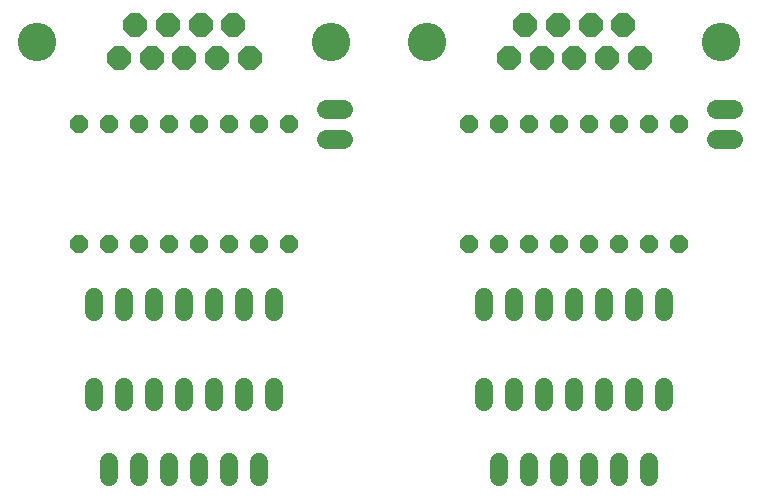
<source format=gts>
G75*
%MOIN*%
%OFA0B0*%
%FSLAX25Y25*%
%IPPOS*%
%LPD*%
%AMOC8*
5,1,8,0,0,1.08239X$1,22.5*
%
%ADD10C,0.06000*%
%ADD11OC8,0.06000*%
%ADD12OC8,0.07850*%
%ADD13C,0.12800*%
%ADD14C,0.06400*%
D10*
X0041800Y0014200D02*
X0041800Y0019400D01*
X0051800Y0019400D02*
X0051800Y0014200D01*
X0061800Y0014200D02*
X0061800Y0019400D01*
X0071800Y0019400D02*
X0071800Y0014200D01*
X0081800Y0014200D02*
X0081800Y0019400D01*
X0091800Y0019400D02*
X0091800Y0014200D01*
X0086800Y0039200D02*
X0086800Y0044400D01*
X0076800Y0044400D02*
X0076800Y0039200D01*
X0066800Y0039200D02*
X0066800Y0044400D01*
X0056800Y0044400D02*
X0056800Y0039200D01*
X0046800Y0039200D02*
X0046800Y0044400D01*
X0036800Y0044400D02*
X0036800Y0039200D01*
X0036800Y0069200D02*
X0036800Y0074400D01*
X0046800Y0074400D02*
X0046800Y0069200D01*
X0056800Y0069200D02*
X0056800Y0074400D01*
X0066800Y0074400D02*
X0066800Y0069200D01*
X0076800Y0069200D02*
X0076800Y0074400D01*
X0086800Y0074400D02*
X0086800Y0069200D01*
X0096800Y0069200D02*
X0096800Y0074400D01*
X0096800Y0044400D02*
X0096800Y0039200D01*
X0166800Y0039200D02*
X0166800Y0044400D01*
X0176800Y0044400D02*
X0176800Y0039200D01*
X0186800Y0039200D02*
X0186800Y0044400D01*
X0196800Y0044400D02*
X0196800Y0039200D01*
X0206800Y0039200D02*
X0206800Y0044400D01*
X0216800Y0044400D02*
X0216800Y0039200D01*
X0226800Y0039200D02*
X0226800Y0044400D01*
X0226800Y0069200D02*
X0226800Y0074400D01*
X0216800Y0074400D02*
X0216800Y0069200D01*
X0206800Y0069200D02*
X0206800Y0074400D01*
X0196800Y0074400D02*
X0196800Y0069200D01*
X0186800Y0069200D02*
X0186800Y0074400D01*
X0176800Y0074400D02*
X0176800Y0069200D01*
X0166800Y0069200D02*
X0166800Y0074400D01*
X0171800Y0019400D02*
X0171800Y0014200D01*
X0181800Y0014200D02*
X0181800Y0019400D01*
X0191800Y0019400D02*
X0191800Y0014200D01*
X0201800Y0014200D02*
X0201800Y0019400D01*
X0211800Y0019400D02*
X0211800Y0014200D01*
X0221800Y0014200D02*
X0221800Y0019400D01*
D11*
X0221800Y0091800D03*
X0231800Y0091800D03*
X0211800Y0091800D03*
X0201800Y0091800D03*
X0191800Y0091800D03*
X0181800Y0091800D03*
X0171800Y0091800D03*
X0161800Y0091800D03*
X0161800Y0131800D03*
X0171800Y0131800D03*
X0181800Y0131800D03*
X0191800Y0131800D03*
X0201800Y0131800D03*
X0211800Y0131800D03*
X0221800Y0131800D03*
X0231800Y0131800D03*
X0101800Y0131800D03*
X0091800Y0131800D03*
X0081800Y0131800D03*
X0071800Y0131800D03*
X0061800Y0131800D03*
X0051800Y0131800D03*
X0041800Y0131800D03*
X0031800Y0131800D03*
X0031800Y0091800D03*
X0041800Y0091800D03*
X0051800Y0091800D03*
X0061800Y0091800D03*
X0071800Y0091800D03*
X0081800Y0091800D03*
X0091800Y0091800D03*
X0101800Y0091800D03*
D12*
X0088600Y0153795D03*
X0077700Y0153795D03*
X0066800Y0153795D03*
X0055900Y0153795D03*
X0045000Y0153795D03*
X0050450Y0164990D03*
X0061350Y0164990D03*
X0072250Y0164990D03*
X0083150Y0164990D03*
X0175000Y0153795D03*
X0185900Y0153795D03*
X0196800Y0153795D03*
X0207700Y0153795D03*
X0218600Y0153795D03*
X0213150Y0164990D03*
X0202250Y0164990D03*
X0191350Y0164990D03*
X0180450Y0164990D03*
D13*
X0147800Y0159395D03*
X0115800Y0159395D03*
X0017800Y0159395D03*
X0245800Y0159395D03*
D14*
X0244000Y0136800D02*
X0249600Y0136800D01*
X0249600Y0126800D02*
X0244000Y0126800D01*
X0119600Y0126800D02*
X0114000Y0126800D01*
X0114000Y0136800D02*
X0119600Y0136800D01*
M02*

</source>
